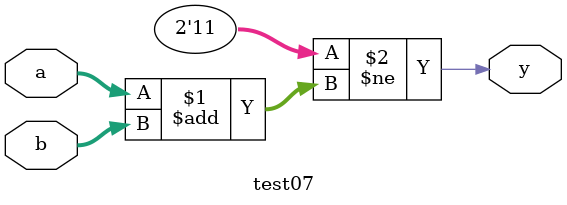
<source format=v>


module test01(a, y);
  input [7:0] a;
  output [3:0] y;
  assign y = ~a >> 4;
endmodule

module test02(a, y);
  input signed [3:0] a;
  output signed [4:0] y;
  assign y = (~a) >> 1;
endmodule

module test03(a, b, y);
  input [2:0] a;
  input signed [1:0] b;
  output y;
  assign y = ~(a >>> 1) == b;
endmodule

module test04(a, y);
  input a;
  output [1:0] y;
  assign y = ~(a - 1'b0);
endmodule

module test05(a, y);
  input a;
  output y;
  assign y = 12345 >> {a, 32'd0};
endmodule

module test06(a, b, c, y);
  input signed [3:0] a;
  input signed [1:0] b;
  input signed [1:0] c;
  output [5:0] y;
  assign y = (a >> b) >>> c;
endmodule

module test07(a, b, y);
  input signed [1:0] a;
  input signed [2:0] b;
  output y;
  assign y = 2'b11 != a+b;
endmodule


</source>
